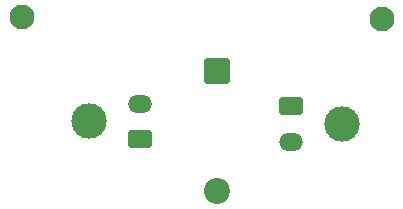
<source format=gbr>
%TF.GenerationSoftware,KiCad,Pcbnew,9.0.4*%
%TF.CreationDate,2025-10-16T00:09:43-05:00*%
%TF.ProjectId,new project,6e657720-7072-46f6-9a65-63742e6b6963,rev?*%
%TF.SameCoordinates,Original*%
%TF.FileFunction,Soldermask,Bot*%
%TF.FilePolarity,Negative*%
%FSLAX46Y46*%
G04 Gerber Fmt 4.6, Leading zero omitted, Abs format (unit mm)*
G04 Created by KiCad (PCBNEW 9.0.4) date 2025-10-16 00:09:43*
%MOMM*%
%LPD*%
G01*
G04 APERTURE LIST*
G04 Aperture macros list*
%AMRoundRect*
0 Rectangle with rounded corners*
0 $1 Rounding radius*
0 $2 $3 $4 $5 $6 $7 $8 $9 X,Y pos of 4 corners*
0 Add a 4 corners polygon primitive as box body*
4,1,4,$2,$3,$4,$5,$6,$7,$8,$9,$2,$3,0*
0 Add four circle primitives for the rounded corners*
1,1,$1+$1,$2,$3*
1,1,$1+$1,$4,$5*
1,1,$1+$1,$6,$7*
1,1,$1+$1,$8,$9*
0 Add four rect primitives between the rounded corners*
20,1,$1+$1,$2,$3,$4,$5,0*
20,1,$1+$1,$4,$5,$6,$7,0*
20,1,$1+$1,$6,$7,$8,$9,0*
20,1,$1+$1,$8,$9,$2,$3,0*%
G04 Aperture macros list end*
%ADD10RoundRect,0.249999X-0.850001X0.850001X-0.850001X-0.850001X0.850001X-0.850001X0.850001X0.850001X0*%
%ADD11C,2.200000*%
%ADD12C,3.000000*%
%ADD13RoundRect,0.250001X-0.759999X0.499999X-0.759999X-0.499999X0.759999X-0.499999X0.759999X0.499999X0*%
%ADD14O,2.020000X1.500000*%
%ADD15C,2.100000*%
%ADD16RoundRect,0.250001X0.759999X-0.499999X0.759999X0.499999X-0.759999X0.499999X-0.759999X-0.499999X0*%
G04 APERTURE END LIST*
D10*
%TO.C,D1*%
X129000000Y-67000000D03*
D11*
X129000000Y-77160000D03*
%TD*%
D12*
%TO.C,J2*%
X139570000Y-71500000D03*
D13*
X135250000Y-70000000D03*
D14*
X135250000Y-73000000D03*
%TD*%
D15*
%TO.C,H2*%
X142920720Y-62595760D03*
%TD*%
%TO.C,H1*%
X112481360Y-62458600D03*
%TD*%
D12*
%TO.C,J1*%
X118145000Y-71250000D03*
D16*
X122465000Y-72750000D03*
D14*
X122465000Y-69750000D03*
%TD*%
M02*

</source>
